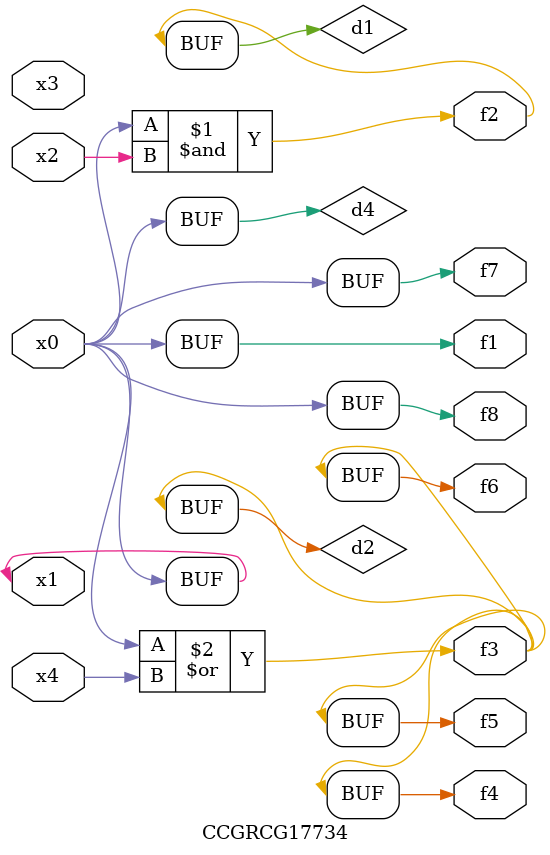
<source format=v>
module CCGRCG17734(
	input x0, x1, x2, x3, x4,
	output f1, f2, f3, f4, f5, f6, f7, f8
);

	wire d1, d2, d3, d4;

	and (d1, x0, x2);
	or (d2, x0, x4);
	nand (d3, x0, x2);
	buf (d4, x0, x1);
	assign f1 = d4;
	assign f2 = d1;
	assign f3 = d2;
	assign f4 = d2;
	assign f5 = d2;
	assign f6 = d2;
	assign f7 = d4;
	assign f8 = d4;
endmodule

</source>
